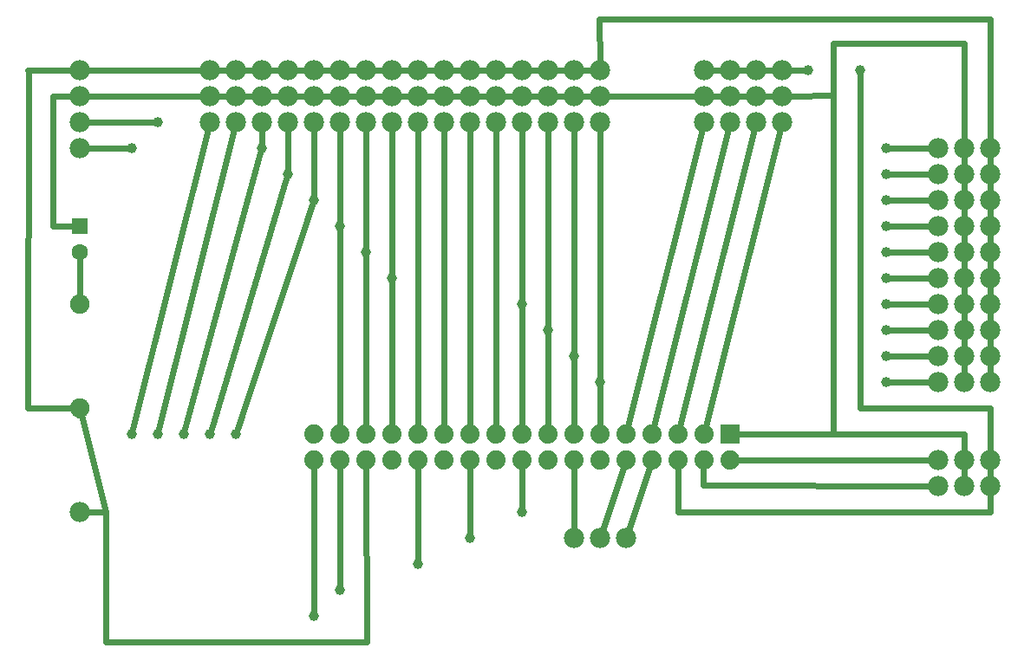
<source format=gbl>
G04 MADE WITH FRITZING*
G04 WWW.FRITZING.ORG*
G04 DOUBLE SIDED*
G04 HOLES PLATED*
G04 CONTOUR ON CENTER OF CONTOUR VECTOR*
%ASAXBY*%
%FSLAX23Y23*%
%MOIN*%
%OFA0B0*%
%SFA1.0B1.0*%
%ADD10C,0.074000*%
%ADD11C,0.078000*%
%ADD12C,0.039370*%
%ADD13C,0.062992*%
%ADD14C,0.075000*%
%ADD15R,0.074000X0.074000*%
%ADD16R,0.062992X0.062992*%
%ADD17C,0.024000*%
%LNCOPPER0*%
G90*
G70*
G54D10*
X2789Y818D03*
X2689Y818D03*
X2589Y818D03*
X2489Y818D03*
X2389Y818D03*
X2289Y818D03*
X2189Y818D03*
X2089Y818D03*
X1989Y818D03*
X1889Y818D03*
X1789Y818D03*
X1689Y818D03*
X1589Y818D03*
X1489Y818D03*
X1389Y818D03*
X1289Y818D03*
X1189Y818D03*
X2789Y918D03*
X2689Y918D03*
X2589Y918D03*
X2489Y918D03*
X2389Y918D03*
X2289Y918D03*
X2189Y918D03*
X2089Y918D03*
X1989Y918D03*
X1889Y918D03*
X1789Y918D03*
X1689Y918D03*
X1589Y918D03*
X1489Y918D03*
X1389Y918D03*
X1289Y918D03*
X1189Y918D03*
G54D11*
X2689Y2318D03*
X2689Y2218D03*
X2689Y2118D03*
X2789Y2318D03*
X2789Y2218D03*
X2789Y2118D03*
X2989Y2318D03*
X2989Y2218D03*
X2989Y2118D03*
X2889Y2318D03*
X2889Y2218D03*
X2889Y2118D03*
X289Y618D03*
X3589Y718D03*
X3689Y718D03*
X3789Y718D03*
X3589Y818D03*
X3689Y818D03*
X3789Y818D03*
X3589Y2018D03*
X3689Y2018D03*
X3789Y2018D03*
X3589Y1918D03*
X3689Y1918D03*
X3789Y1918D03*
X3589Y1818D03*
X3689Y1818D03*
X3789Y1818D03*
X3589Y1718D03*
X3689Y1718D03*
X3789Y1718D03*
X3589Y1618D03*
X3689Y1618D03*
X3789Y1618D03*
X3589Y1518D03*
X3689Y1518D03*
X3789Y1518D03*
X3589Y1418D03*
X3689Y1418D03*
X3789Y1418D03*
X3589Y1318D03*
X3689Y1318D03*
X3789Y1318D03*
X3589Y1218D03*
X3689Y1218D03*
X3789Y1218D03*
X3589Y1118D03*
X3689Y1118D03*
X3789Y1118D03*
X2189Y518D03*
X2289Y518D03*
X2389Y518D03*
X289Y2318D03*
X289Y2218D03*
X289Y2118D03*
X289Y2018D03*
X789Y2318D03*
X789Y2218D03*
X789Y2118D03*
X889Y2318D03*
X889Y2218D03*
X889Y2118D03*
X989Y2318D03*
X989Y2218D03*
X989Y2118D03*
X1089Y2318D03*
X1089Y2218D03*
X1089Y2118D03*
X1189Y2318D03*
X1189Y2218D03*
X1189Y2118D03*
X1289Y2318D03*
X1289Y2218D03*
X1289Y2118D03*
X1389Y2318D03*
X1389Y2218D03*
X1389Y2118D03*
X1489Y2318D03*
X1489Y2218D03*
X1489Y2118D03*
X1589Y2318D03*
X1589Y2218D03*
X1589Y2118D03*
X1689Y2318D03*
X1689Y2218D03*
X1689Y2118D03*
X1789Y2318D03*
X1789Y2218D03*
X1789Y2118D03*
X1889Y2318D03*
X1889Y2218D03*
X1889Y2118D03*
X1989Y2318D03*
X1989Y2218D03*
X1989Y2118D03*
X2089Y2318D03*
X2089Y2218D03*
X2089Y2118D03*
X2189Y2318D03*
X2189Y2218D03*
X2189Y2118D03*
X2289Y2318D03*
X2289Y2218D03*
X2289Y2118D03*
G54D12*
X589Y2118D03*
X489Y2018D03*
X1189Y218D03*
X1289Y318D03*
X1589Y418D03*
X1789Y518D03*
X1989Y618D03*
X889Y918D03*
X789Y918D03*
X689Y918D03*
X589Y918D03*
X489Y918D03*
X3289Y2318D03*
X3089Y2318D03*
X2289Y1118D03*
X3389Y1118D03*
X3389Y1218D03*
X3389Y1318D03*
X3389Y1418D03*
X3389Y1518D03*
X3389Y1618D03*
X3389Y1718D03*
X3389Y1818D03*
X3389Y1918D03*
X3389Y2018D03*
X2189Y1218D03*
X2089Y1318D03*
X1989Y1418D03*
X1489Y1518D03*
X1389Y1618D03*
X1289Y1718D03*
X1189Y1818D03*
X1089Y1918D03*
X989Y2018D03*
G54D13*
X289Y1716D03*
X289Y1618D03*
G54D14*
X289Y1418D03*
X289Y1018D03*
G54D15*
X2789Y918D03*
G54D16*
X289Y1716D03*
G54D17*
X3188Y2219D02*
X3019Y2218D01*
D02*
X391Y618D02*
X319Y618D01*
D02*
X859Y2218D02*
X819Y2218D01*
D02*
X959Y2218D02*
X919Y2218D01*
D02*
X1059Y2218D02*
X1019Y2218D01*
D02*
X1159Y2218D02*
X1119Y2218D01*
D02*
X1259Y2218D02*
X1219Y2218D01*
D02*
X1359Y2218D02*
X1319Y2218D01*
D02*
X1459Y2218D02*
X1419Y2218D01*
D02*
X1559Y2218D02*
X1519Y2218D01*
D02*
X1659Y2218D02*
X1619Y2218D01*
D02*
X1759Y2218D02*
X1719Y2218D01*
D02*
X1859Y2218D02*
X1819Y2218D01*
D02*
X1959Y2218D02*
X1919Y2218D01*
D02*
X2059Y2218D02*
X2019Y2218D01*
D02*
X2159Y2218D02*
X2119Y2218D01*
D02*
X2259Y2218D02*
X2219Y2218D01*
D02*
X2219Y2318D02*
X2259Y2318D01*
D02*
X2119Y2318D02*
X2159Y2318D01*
D02*
X2019Y2318D02*
X2059Y2318D01*
D02*
X1919Y2318D02*
X1959Y2318D01*
D02*
X1819Y2318D02*
X1859Y2318D01*
D02*
X1719Y2318D02*
X1759Y2318D01*
D02*
X1619Y2318D02*
X1659Y2318D01*
D02*
X1519Y2318D02*
X1559Y2318D01*
D02*
X1419Y2318D02*
X1459Y2318D01*
D02*
X1319Y2318D02*
X1359Y2318D01*
D02*
X1119Y2318D02*
X1159Y2318D01*
D02*
X1219Y2318D02*
X1259Y2318D01*
D02*
X1019Y2318D02*
X1059Y2318D01*
D02*
X919Y2318D02*
X959Y2318D01*
D02*
X819Y2318D02*
X859Y2318D01*
D02*
X1889Y2088D02*
X1889Y949D01*
D02*
X1789Y2088D02*
X1789Y949D01*
D02*
X1689Y2088D02*
X1689Y949D01*
D02*
X1589Y2088D02*
X1589Y949D01*
D02*
X319Y2318D02*
X759Y2318D01*
D02*
X319Y2218D02*
X759Y2218D01*
D02*
X1989Y637D02*
X1989Y787D01*
D02*
X1789Y537D02*
X1789Y787D01*
D02*
X1589Y437D02*
X1589Y787D01*
D02*
X1289Y337D02*
X1289Y787D01*
D02*
X1189Y237D02*
X1189Y787D01*
D02*
X882Y2089D02*
X594Y936D01*
D02*
X782Y2089D02*
X494Y936D01*
D02*
X319Y2118D02*
X570Y2118D01*
D02*
X319Y2018D02*
X470Y2018D01*
D02*
X289Y1016D02*
X391Y618D01*
D02*
X391Y618D02*
X391Y116D01*
D02*
X92Y2318D02*
X89Y1016D01*
D02*
X89Y1016D02*
X289Y1016D01*
D02*
X391Y116D02*
X1392Y117D01*
D02*
X1392Y117D02*
X1389Y787D01*
D02*
X259Y2318D02*
X91Y2318D01*
D02*
X2379Y788D02*
X2299Y546D01*
D02*
X2479Y788D02*
X2399Y546D01*
D02*
X3689Y1948D02*
X3689Y1988D01*
D02*
X3689Y1848D02*
X3689Y1888D01*
D02*
X3689Y1748D02*
X3689Y1788D01*
D02*
X3689Y1648D02*
X3689Y1688D01*
D02*
X3689Y1548D02*
X3689Y1588D01*
D02*
X3689Y1448D02*
X3689Y1488D01*
D02*
X3689Y1348D02*
X3689Y1388D01*
D02*
X3689Y1248D02*
X3689Y1288D01*
D02*
X3689Y1148D02*
X3689Y1188D01*
D02*
X3790Y2515D02*
X2287Y2515D01*
D02*
X2287Y2515D02*
X2289Y2348D01*
D02*
X3789Y2048D02*
X3790Y2515D01*
D02*
X3789Y1948D02*
X3789Y1988D01*
D02*
X3789Y1848D02*
X3789Y1888D01*
D02*
X3789Y1748D02*
X3789Y1788D01*
D02*
X3789Y1648D02*
X3789Y1688D01*
D02*
X3789Y1548D02*
X3789Y1588D01*
D02*
X3789Y1448D02*
X3789Y1488D01*
D02*
X3789Y1348D02*
X3789Y1388D01*
D02*
X3789Y1248D02*
X3789Y1288D01*
D02*
X3789Y1148D02*
X3789Y1188D01*
D02*
X3790Y618D02*
X2591Y618D01*
D02*
X2591Y618D02*
X2590Y787D01*
D02*
X3789Y688D02*
X3790Y618D01*
D02*
X3789Y788D02*
X3789Y748D01*
D02*
X2759Y2218D02*
X2719Y2218D01*
D02*
X2859Y2218D02*
X2819Y2218D01*
D02*
X2959Y2218D02*
X2919Y2218D01*
D02*
X3689Y748D02*
X3689Y788D01*
D02*
X2687Y719D02*
X3559Y718D01*
D02*
X2688Y787D02*
X2687Y719D01*
D02*
X2820Y818D02*
X3559Y818D01*
D02*
X3188Y2419D02*
X3689Y2419D01*
D02*
X3689Y2419D02*
X3689Y2048D01*
D02*
X3188Y2219D02*
X3188Y2419D01*
D02*
X3188Y917D02*
X3188Y2219D01*
D02*
X3689Y917D02*
X3689Y848D01*
D02*
X3188Y917D02*
X3689Y917D01*
D02*
X2820Y918D02*
X3188Y917D01*
D02*
X2682Y2089D02*
X2397Y948D01*
D02*
X2782Y2089D02*
X2497Y948D01*
D02*
X2882Y2089D02*
X2597Y948D01*
D02*
X2982Y2089D02*
X2697Y948D01*
D02*
X2319Y2218D02*
X2659Y2218D01*
D02*
X3289Y1018D02*
X3790Y1018D01*
D02*
X3790Y1018D02*
X3789Y848D01*
D02*
X3289Y2299D02*
X3289Y1018D01*
D02*
X2759Y2318D02*
X2719Y2318D01*
D02*
X2859Y2318D02*
X2819Y2318D01*
D02*
X2959Y2318D02*
X2919Y2318D01*
D02*
X3070Y2318D02*
X3019Y2318D01*
D02*
X2289Y1099D02*
X2289Y949D01*
D02*
X2289Y2088D02*
X2289Y1137D01*
D02*
X3559Y1118D02*
X3408Y1118D01*
D02*
X3559Y1218D02*
X3408Y1218D01*
D02*
X3559Y1318D02*
X3408Y1318D01*
D02*
X3559Y1418D02*
X3408Y1418D01*
D02*
X3559Y1518D02*
X3408Y1518D01*
D02*
X3559Y1618D02*
X3408Y1618D01*
D02*
X3559Y1718D02*
X3408Y1718D01*
D02*
X3559Y1818D02*
X3408Y1818D01*
D02*
X3559Y1918D02*
X3408Y1918D01*
D02*
X3559Y2018D02*
X3408Y2018D01*
D02*
X2189Y1199D02*
X2189Y949D01*
D02*
X2089Y1299D02*
X2089Y949D01*
D02*
X1989Y1399D02*
X1989Y949D01*
D02*
X1989Y2088D02*
X1989Y1437D01*
D02*
X2089Y2088D02*
X2089Y1337D01*
D02*
X2189Y2088D02*
X2189Y1237D01*
D02*
X1489Y1499D02*
X1489Y949D01*
D02*
X1489Y1537D02*
X1489Y2088D01*
D02*
X1389Y1599D02*
X1389Y949D01*
D02*
X1389Y1637D02*
X1389Y2088D01*
D02*
X1289Y1699D02*
X1289Y949D01*
D02*
X1289Y1737D02*
X1289Y2088D01*
D02*
X989Y2037D02*
X989Y2088D01*
D02*
X1089Y1937D02*
X1089Y2088D01*
D02*
X1189Y1837D02*
X1189Y2088D01*
D02*
X694Y936D02*
X984Y2000D01*
D02*
X795Y936D02*
X1084Y1900D01*
D02*
X895Y936D02*
X1183Y1800D01*
D02*
X289Y1016D02*
X283Y990D01*
D02*
X289Y1446D02*
X289Y1591D01*
D02*
X187Y1716D02*
X262Y1716D01*
D02*
X187Y2217D02*
X187Y1716D01*
D02*
X259Y2218D02*
X187Y2217D01*
D02*
X2189Y787D02*
X2189Y548D01*
G04 End of Copper0*
M02*
</source>
